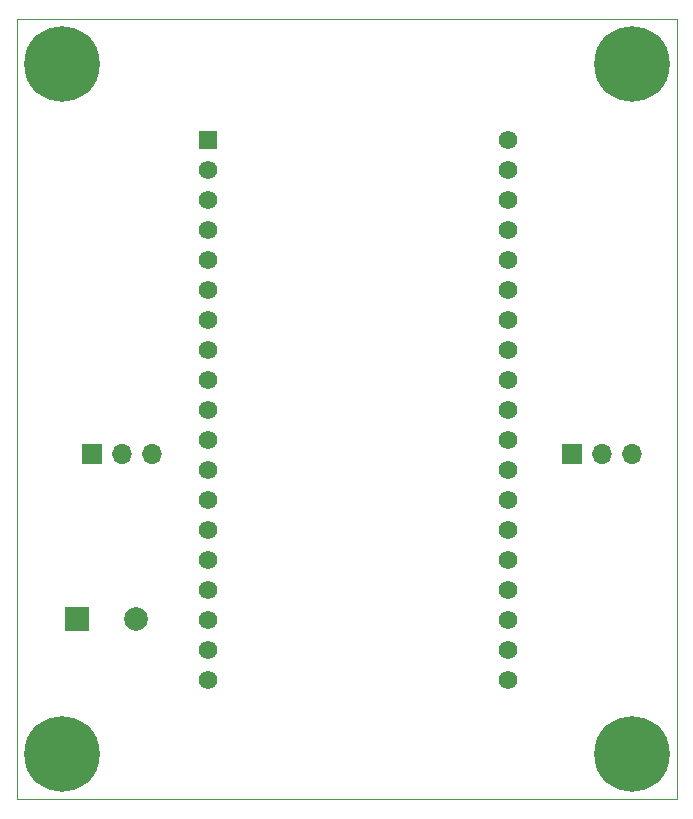
<source format=gbr>
%TF.GenerationSoftware,KiCad,Pcbnew,(5.1.9)-1*%
%TF.CreationDate,2021-05-20T15:22:16+09:00*%
%TF.ProjectId,esp32_nodemcu,65737033-325f-46e6-9f64-656d63752e6b,rev?*%
%TF.SameCoordinates,Original*%
%TF.FileFunction,Copper,L2,Bot*%
%TF.FilePolarity,Positive*%
%FSLAX46Y46*%
G04 Gerber Fmt 4.6, Leading zero omitted, Abs format (unit mm)*
G04 Created by KiCad (PCBNEW (5.1.9)-1) date 2021-05-20 15:22:16*
%MOMM*%
%LPD*%
G01*
G04 APERTURE LIST*
%TA.AperFunction,Profile*%
%ADD10C,0.050000*%
%TD*%
%TA.AperFunction,ConnectorPad*%
%ADD11C,6.400000*%
%TD*%
%TA.AperFunction,ComponentPad*%
%ADD12C,3.600000*%
%TD*%
%TA.AperFunction,ComponentPad*%
%ADD13R,1.560000X1.560000*%
%TD*%
%TA.AperFunction,ComponentPad*%
%ADD14C,1.560000*%
%TD*%
%TA.AperFunction,ComponentPad*%
%ADD15R,2.000000X2.000000*%
%TD*%
%TA.AperFunction,ComponentPad*%
%ADD16C,2.000000*%
%TD*%
%TA.AperFunction,ComponentPad*%
%ADD17R,1.700000X1.700000*%
%TD*%
%TA.AperFunction,ComponentPad*%
%ADD18O,1.700000X1.700000*%
%TD*%
G04 APERTURE END LIST*
D10*
X124460000Y-139700000D02*
X124460000Y-133350000D01*
X180340000Y-139700000D02*
X124460000Y-139700000D01*
X180340000Y-133350000D02*
X180340000Y-139700000D01*
X124460000Y-133350000D02*
X124460000Y-73660000D01*
X180340000Y-73660000D02*
X180340000Y-133350000D01*
X124460000Y-73660000D02*
X180340000Y-73660000D01*
D11*
%TO.P,REF\u002A\u002A,1*%
%TO.N,N/C*%
X128270000Y-135890000D03*
D12*
X128270000Y-135890000D03*
%TD*%
D11*
%TO.P,REF\u002A\u002A,1*%
%TO.N,N/C*%
X176530000Y-135890000D03*
D12*
X176530000Y-135890000D03*
%TD*%
D11*
%TO.P,REF\u002A\u002A,1*%
%TO.N,N/C*%
X128270000Y-77470000D03*
D12*
X128270000Y-77470000D03*
%TD*%
D11*
%TO.P,REF\u002A\u002A,1*%
%TO.N,N/C*%
X176530000Y-77470000D03*
D12*
X176530000Y-77470000D03*
%TD*%
D13*
%TO.P,U1,1*%
%TO.N,Net-(IR1-Pad1)*%
X140610001Y-83865001D03*
D14*
%TO.P,U1,2*%
%TO.N,Net-(C1-Pad1)*%
X140610001Y-86405001D03*
%TO.P,U1,19*%
%TO.N,Net-(U1-Pad19)*%
X140610001Y-129585001D03*
%TO.P,U1,3*%
%TO.N,Net-(U1-Pad3)*%
X140610001Y-88945001D03*
%TO.P,U1,4*%
%TO.N,Net-(U1-Pad4)*%
X140610001Y-91485001D03*
%TO.P,U1,5*%
%TO.N,Net-(IR1-Pad2)*%
X140610001Y-94025001D03*
%TO.P,U1,6*%
%TO.N,Net-(U1-Pad6)*%
X140610001Y-96565001D03*
%TO.P,U1,7*%
%TO.N,Net-(U1-Pad7)*%
X140610001Y-99105001D03*
%TO.P,U1,8*%
%TO.N,Net-(U1-Pad8)*%
X140610001Y-101645001D03*
%TO.P,U1,9*%
%TO.N,Net-(U1-Pad9)*%
X140610001Y-104185001D03*
%TO.P,U1,10*%
%TO.N,Net-(U1-Pad10)*%
X140610001Y-106725001D03*
%TO.P,U1,11*%
%TO.N,Net-(U1-Pad11)*%
X140610001Y-109265001D03*
%TO.P,U1,12*%
%TO.N,Net-(U1-Pad12)*%
X140610001Y-111805001D03*
%TO.P,U1,13*%
%TO.N,Net-(U1-Pad13)*%
X140610001Y-114345001D03*
%TO.P,U1,14*%
%TO.N,Net-(C1-Pad2)*%
X140610001Y-116885001D03*
%TO.P,U1,15*%
%TO.N,Net-(U1-Pad15)*%
X140610001Y-119425001D03*
%TO.P,U1,16*%
%TO.N,Net-(U1-Pad16)*%
X140610001Y-121965001D03*
%TO.P,U1,17*%
%TO.N,Net-(U1-Pad17)*%
X140610001Y-124505001D03*
%TO.P,U1,18*%
%TO.N,Net-(U1-Pad18)*%
X140610001Y-127045001D03*
%TO.P,U1,20*%
%TO.N,Net-(IR1-Pad3)*%
X166010001Y-83865001D03*
%TO.P,U1,21*%
%TO.N,Net-(U1-Pad21)*%
X166010001Y-86405001D03*
%TO.P,U1,22*%
%TO.N,Net-(IR2-Pad2)*%
X166010001Y-88945001D03*
%TO.P,U1,23*%
%TO.N,Net-(U1-Pad23)*%
X166010001Y-91485001D03*
%TO.P,U1,24*%
%TO.N,Net-(U1-Pad24)*%
X166010001Y-94025001D03*
%TO.P,U1,25*%
%TO.N,Net-(U1-Pad25)*%
X166010001Y-96565001D03*
%TO.P,U1,26*%
%TO.N,Net-(U1-Pad26)*%
X166010001Y-99105001D03*
%TO.P,U1,27*%
%TO.N,Net-(U1-Pad27)*%
X166010001Y-101645001D03*
%TO.P,U1,28*%
%TO.N,Net-(U1-Pad28)*%
X166010001Y-104185001D03*
%TO.P,U1,29*%
%TO.N,Net-(U1-Pad29)*%
X166010001Y-106725001D03*
%TO.P,U1,30*%
%TO.N,Net-(U1-Pad30)*%
X166010001Y-109265001D03*
%TO.P,U1,31*%
%TO.N,Net-(U1-Pad31)*%
X166010001Y-111805001D03*
%TO.P,U1,32*%
%TO.N,Net-(U1-Pad32)*%
X166010001Y-114345001D03*
%TO.P,U1,33*%
%TO.N,Net-(U1-Pad33)*%
X166010001Y-116885001D03*
%TO.P,U1,34*%
%TO.N,Net-(U1-Pad34)*%
X166010001Y-119425001D03*
%TO.P,U1,35*%
%TO.N,Net-(U1-Pad35)*%
X166010001Y-121965001D03*
%TO.P,U1,36*%
%TO.N,Net-(U1-Pad36)*%
X166010001Y-124505001D03*
%TO.P,U1,37*%
%TO.N,Net-(U1-Pad37)*%
X166010001Y-127045001D03*
%TO.P,U1,38*%
%TO.N,Net-(U1-Pad38)*%
X166010001Y-129585001D03*
%TD*%
D15*
%TO.P,C1,1*%
%TO.N,Net-(C1-Pad1)*%
X129540000Y-124460000D03*
D16*
%TO.P,C1,2*%
%TO.N,Net-(C1-Pad2)*%
X134540000Y-124460000D03*
%TD*%
D17*
%TO.P,IR1,1*%
%TO.N,Net-(IR1-Pad1)*%
X130810000Y-110490000D03*
D18*
%TO.P,IR1,2*%
%TO.N,Net-(IR1-Pad2)*%
X133350000Y-110490000D03*
%TO.P,IR1,3*%
%TO.N,Net-(IR1-Pad3)*%
X135890000Y-110490000D03*
%TD*%
%TO.P,IR2,3*%
%TO.N,Net-(IR1-Pad3)*%
X176530000Y-110490000D03*
%TO.P,IR2,2*%
%TO.N,Net-(IR2-Pad2)*%
X173990000Y-110490000D03*
D17*
%TO.P,IR2,1*%
%TO.N,Net-(IR1-Pad1)*%
X171450000Y-110490000D03*
%TD*%
M02*

</source>
